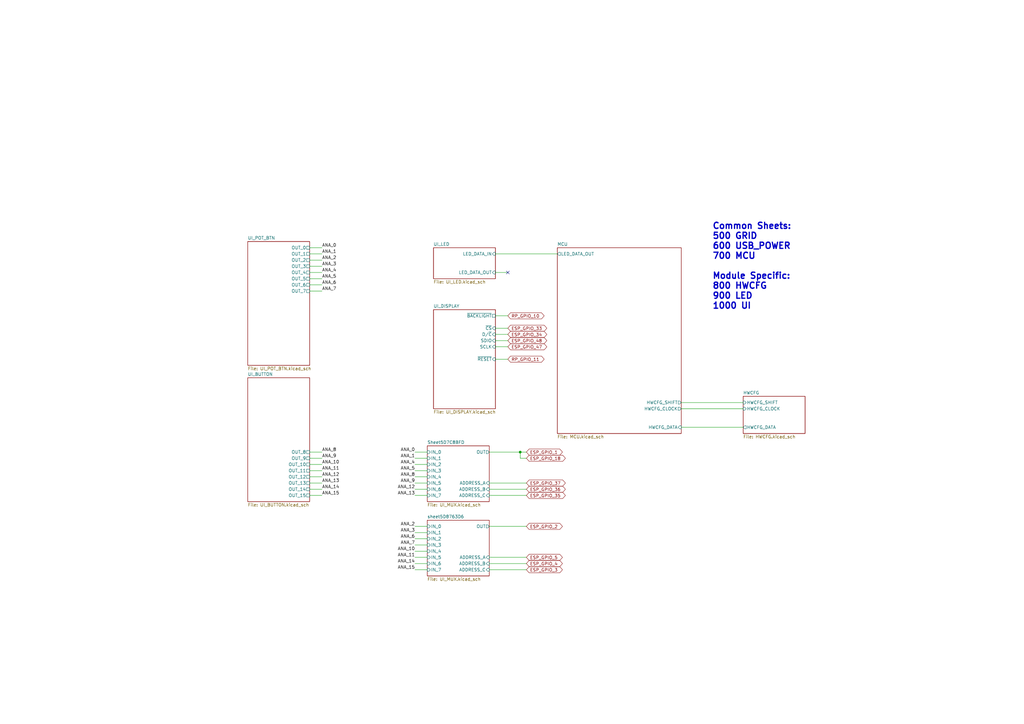
<source format=kicad_sch>
(kicad_sch
	(version 20231120)
	(generator "eeschema")
	(generator_version "8.0")
	(uuid "e5217a0c-7f55-4c30-adda-7f8d95709d1b")
	(paper "A3")
	(lib_symbols)
	(junction
		(at 213.36 185.42)
		(diameter 0)
		(color 0 0 0 0)
		(uuid "209c73f9-de16-400b-b152-86e236d8b759")
	)
	(no_connect
		(at 208.28 111.76)
		(uuid "74f5ec08-7600-4a0b-a9e4-aae29f9ea08a")
	)
	(wire
		(pts
			(xy 175.26 203.2) (xy 170.18 203.2)
		)
		(stroke
			(width 0)
			(type default)
		)
		(uuid "05f2859d-2820-4e84-b395-696011feb13b")
	)
	(wire
		(pts
			(xy 279.4 165.1) (xy 304.8 165.1)
		)
		(stroke
			(width 0)
			(type default)
		)
		(uuid "07d160b6-23e1-4aa0-95cb-440482e6fc15")
	)
	(wire
		(pts
			(xy 127 101.6) (xy 132.08 101.6)
		)
		(stroke
			(width 0)
			(type default)
		)
		(uuid "0fafc6b9-fd35-4a55-9270-7a8e7ce3cb13")
	)
	(wire
		(pts
			(xy 203.2 111.76) (xy 208.28 111.76)
		)
		(stroke
			(width 0)
			(type default)
		)
		(uuid "10e52e95-44f3-4059-a86d-dcda603e0623")
	)
	(wire
		(pts
			(xy 228.6 104.14) (xy 203.2 104.14)
		)
		(stroke
			(width 0)
			(type default)
		)
		(uuid "1e48966e-d29d-4521-8939-ec8ac570431d")
	)
	(wire
		(pts
			(xy 175.26 198.12) (xy 170.18 198.12)
		)
		(stroke
			(width 0)
			(type default)
		)
		(uuid "2a1de22d-6451-488d-af77-0bf8841bd695")
	)
	(wire
		(pts
			(xy 175.26 233.68) (xy 170.18 233.68)
		)
		(stroke
			(width 0)
			(type default)
		)
		(uuid "2c60448a-e30f-46b2-89e1-a44f51688efc")
	)
	(wire
		(pts
			(xy 132.08 190.5) (xy 127 190.5)
		)
		(stroke
			(width 0)
			(type default)
		)
		(uuid "31a125e0-be83-42e2-a6a7-2fd847ff0800")
	)
	(wire
		(pts
			(xy 127 119.38) (xy 132.08 119.38)
		)
		(stroke
			(width 0)
			(type default)
		)
		(uuid "337e8520-cbd2-42c0-8d17-743bab17cbbd")
	)
	(wire
		(pts
			(xy 132.08 195.58) (xy 127 195.58)
		)
		(stroke
			(width 0)
			(type default)
		)
		(uuid "4abe677a-f032-40a9-967c-665e2826fd49")
	)
	(wire
		(pts
			(xy 175.26 220.98) (xy 170.18 220.98)
		)
		(stroke
			(width 0)
			(type default)
		)
		(uuid "576f00e6-a1be-45d3-9b93-e26d9e0fe306")
	)
	(wire
		(pts
			(xy 200.66 228.6) (xy 215.9 228.6)
		)
		(stroke
			(width 0)
			(type default)
		)
		(uuid "58b8a697-304a-4a24-97cf-db0e0871054b")
	)
	(wire
		(pts
			(xy 127 109.22) (xy 132.08 109.22)
		)
		(stroke
			(width 0)
			(type default)
		)
		(uuid "59fc765e-1357-4c94-9529-5635418c7d73")
	)
	(wire
		(pts
			(xy 203.2 134.62) (xy 208.28 134.62)
		)
		(stroke
			(width 0)
			(type default)
		)
		(uuid "6762d407-d8f6-469a-aa95-eadf515960a6")
	)
	(wire
		(pts
			(xy 175.26 193.04) (xy 170.18 193.04)
		)
		(stroke
			(width 0)
			(type default)
		)
		(uuid "6ac3ab53-7523-4805-bfd2-5de19dff127e")
	)
	(wire
		(pts
			(xy 200.66 185.42) (xy 213.36 185.42)
		)
		(stroke
			(width 0)
			(type default)
		)
		(uuid "6cc5add7-2c58-495d-a90c-f7b38995edcd")
	)
	(wire
		(pts
			(xy 175.26 218.44) (xy 170.18 218.44)
		)
		(stroke
			(width 0)
			(type default)
		)
		(uuid "713e0777-58b2-4487-baca-60d0ebed27c3")
	)
	(wire
		(pts
			(xy 200.66 215.9) (xy 215.9 215.9)
		)
		(stroke
			(width 0)
			(type default)
		)
		(uuid "749dc156-7850-4dfd-ad37-6fc4c319880b")
	)
	(wire
		(pts
			(xy 203.2 147.32) (xy 208.28 147.32)
		)
		(stroke
			(width 0)
			(type default)
		)
		(uuid "759c5cf0-fe7d-4180-b59a-db00dfb0f270")
	)
	(wire
		(pts
			(xy 200.66 200.66) (xy 215.9 200.66)
		)
		(stroke
			(width 0)
			(type default)
		)
		(uuid "7724cf8a-d269-4bb5-b657-e3539d59930d")
	)
	(wire
		(pts
			(xy 213.36 187.96) (xy 213.36 185.42)
		)
		(stroke
			(width 0)
			(type default)
		)
		(uuid "7dfc8c56-f50f-4108-b30e-7ac1268dc5d5")
	)
	(wire
		(pts
			(xy 200.66 233.68) (xy 215.9 233.68)
		)
		(stroke
			(width 0)
			(type default)
		)
		(uuid "7f131c35-9ee2-49ba-bf3a-38cc98ad92ce")
	)
	(wire
		(pts
			(xy 279.4 175.26) (xy 304.8 175.26)
		)
		(stroke
			(width 0)
			(type default)
		)
		(uuid "844d7d7a-b386-45a8-aaf6-bf41bbcb43b5")
	)
	(wire
		(pts
			(xy 200.66 231.14) (xy 215.9 231.14)
		)
		(stroke
			(width 0)
			(type default)
		)
		(uuid "899e0de4-dc68-4dd9-a309-39fb89127bc6")
	)
	(wire
		(pts
			(xy 132.08 106.68) (xy 127 106.68)
		)
		(stroke
			(width 0)
			(type default)
		)
		(uuid "89a8e170-a222-41c0-b545-c9f4c5604011")
	)
	(wire
		(pts
			(xy 127 203.2) (xy 132.08 203.2)
		)
		(stroke
			(width 0)
			(type default)
		)
		(uuid "8b51480c-0a8e-467b-9cef-7f6ba4924bb4")
	)
	(wire
		(pts
			(xy 175.26 228.6) (xy 170.18 228.6)
		)
		(stroke
			(width 0)
			(type default)
		)
		(uuid "901440f4-e2a6-4447-83cc-f58a2b26f5c4")
	)
	(wire
		(pts
			(xy 127 104.14) (xy 132.08 104.14)
		)
		(stroke
			(width 0)
			(type default)
		)
		(uuid "9529c01f-e1cd-40be-b7f0-83780a544249")
	)
	(wire
		(pts
			(xy 132.08 111.76) (xy 127 111.76)
		)
		(stroke
			(width 0)
			(type default)
		)
		(uuid "96db52e2-6336-4f5e-846e-528c594d0509")
	)
	(wire
		(pts
			(xy 213.36 185.42) (xy 215.9 185.42)
		)
		(stroke
			(width 0)
			(type default)
		)
		(uuid "9ecf6fb6-8a32-481f-9d62-47a91889f1a3")
	)
	(wire
		(pts
			(xy 175.26 187.96) (xy 170.18 187.96)
		)
		(stroke
			(width 0)
			(type default)
		)
		(uuid "a07b6b2b-7179-4297-b163-5e47ffbe76d3")
	)
	(wire
		(pts
			(xy 175.26 226.06) (xy 170.18 226.06)
		)
		(stroke
			(width 0)
			(type default)
		)
		(uuid "a0dee8e6-f88a-4f05-aba0-bab3aafdf2bc")
	)
	(wire
		(pts
			(xy 203.2 142.24) (xy 208.28 142.24)
		)
		(stroke
			(width 0)
			(type default)
		)
		(uuid "a1a4bc93-9a1c-489e-a13c-138ed06f257a")
	)
	(wire
		(pts
			(xy 215.9 187.96) (xy 213.36 187.96)
		)
		(stroke
			(width 0)
			(type default)
		)
		(uuid "a33c7f18-872e-49fd-b22b-a6b5171af46c")
	)
	(wire
		(pts
			(xy 279.4 167.64) (xy 304.8 167.64)
		)
		(stroke
			(width 0)
			(type default)
		)
		(uuid "a62609cd-29b7-4918-b97d-7b2404ba61cf")
	)
	(wire
		(pts
			(xy 175.26 195.58) (xy 170.18 195.58)
		)
		(stroke
			(width 0)
			(type default)
		)
		(uuid "a8219a78-6b33-4efa-a789-6a67ce8f7a50")
	)
	(wire
		(pts
			(xy 175.26 215.9) (xy 170.18 215.9)
		)
		(stroke
			(width 0)
			(type default)
		)
		(uuid "a8fb8ee0-623f-4870-a716-ecc88f37ef9a")
	)
	(wire
		(pts
			(xy 203.2 139.7) (xy 208.28 139.7)
		)
		(stroke
			(width 0)
			(type default)
		)
		(uuid "ac805ba2-5417-47e2-8d1c-15c27ac2dd28")
	)
	(wire
		(pts
			(xy 200.66 198.12) (xy 215.9 198.12)
		)
		(stroke
			(width 0)
			(type default)
		)
		(uuid "b4a977ae-b2ae-48d8-8c15-01300b73a08b")
	)
	(wire
		(pts
			(xy 127 193.04) (xy 132.08 193.04)
		)
		(stroke
			(width 0)
			(type default)
		)
		(uuid "c7ee3b02-6e58-400d-af69-f821d40d4cbb")
	)
	(wire
		(pts
			(xy 203.2 137.16) (xy 208.28 137.16)
		)
		(stroke
			(width 0)
			(type default)
		)
		(uuid "ce5ce680-24fa-4fb3-b4d1-e6848ada0ecc")
	)
	(wire
		(pts
			(xy 175.26 190.5) (xy 170.18 190.5)
		)
		(stroke
			(width 0)
			(type default)
		)
		(uuid "d1a9be32-38ba-44e6-bc35-f031541ab1fe")
	)
	(wire
		(pts
			(xy 175.26 231.14) (xy 170.18 231.14)
		)
		(stroke
			(width 0)
			(type default)
		)
		(uuid "d7e5a060-eb57-4238-9312-26bc885fc97d")
	)
	(wire
		(pts
			(xy 203.2 129.54) (xy 208.28 129.54)
		)
		(stroke
			(width 0)
			(type default)
		)
		(uuid "e8291469-5467-4d89-9496-a63886165e83")
	)
	(wire
		(pts
			(xy 127 198.12) (xy 132.08 198.12)
		)
		(stroke
			(width 0)
			(type default)
		)
		(uuid "e8d0a591-fd34-4cb0-a377-db49b24e37c4")
	)
	(wire
		(pts
			(xy 132.08 200.66) (xy 127 200.66)
		)
		(stroke
			(width 0)
			(type default)
		)
		(uuid "eba56bfe-2d80-42cc-bf08-e0aec63da397")
	)
	(wire
		(pts
			(xy 175.26 185.42) (xy 170.18 185.42)
		)
		(stroke
			(width 0)
			(type default)
		)
		(uuid "ebca7c5e-ae52-43e5-ac6c-69a96a9a5b24")
	)
	(wire
		(pts
			(xy 132.08 185.42) (xy 127 185.42)
		)
		(stroke
			(width 0)
			(type default)
		)
		(uuid "ed50135e-8dee-476e-90ac-c16ba2dad808")
	)
	(wire
		(pts
			(xy 127 114.3) (xy 132.08 114.3)
		)
		(stroke
			(width 0)
			(type default)
		)
		(uuid "f0ff5d1c-5481-4958-b844-4f68a17d4166")
	)
	(wire
		(pts
			(xy 175.26 223.52) (xy 170.18 223.52)
		)
		(stroke
			(width 0)
			(type default)
		)
		(uuid "f19c9655-8ddb-411a-96dd-bd986870c3c6")
	)
	(wire
		(pts
			(xy 175.26 200.66) (xy 170.18 200.66)
		)
		(stroke
			(width 0)
			(type default)
		)
		(uuid "f3044f68-903d-4063-b253-30d8e3a83eae")
	)
	(wire
		(pts
			(xy 200.66 203.2) (xy 215.9 203.2)
		)
		(stroke
			(width 0)
			(type default)
		)
		(uuid "f6ef085e-4d1b-41a2-aae2-3653a29bbbc6")
	)
	(wire
		(pts
			(xy 127 187.96) (xy 132.08 187.96)
		)
		(stroke
			(width 0)
			(type default)
		)
		(uuid "fae62130-e12e-4e40-b8d3-ae4e747e7372")
	)
	(wire
		(pts
			(xy 132.08 116.84) (xy 127 116.84)
		)
		(stroke
			(width 0)
			(type default)
		)
		(uuid "fdc60c06-30fa-4dfb-96b4-809b755999e1")
	)
	(text "Common Sheets:\n500 GRID\n600 USB_POWER\n700 MCU\n\nModule Specific:\n800 HWCFG\n900 LED\n1000 UI"
		(exclude_from_sim no)
		(at 292.1 127 0)
		(effects
			(font
				(size 2.54 2.54)
				(thickness 0.508)
				(bold yes)
			)
			(justify left bottom)
		)
		(uuid "3ed7b52a-fa11-4e7f-ae41-1082078a3112")
	)
	(label "ANA_12"
		(at 132.08 195.58 0)
		(fields_autoplaced yes)
		(effects
			(font
				(size 1.27 1.27)
			)
			(justify left bottom)
		)
		(uuid "17555458-d1f2-4e94-92ff-dcb4327d821a")
	)
	(label "ANA_6"
		(at 132.08 116.84 0)
		(fields_autoplaced yes)
		(effects
			(font
				(size 1.27 1.27)
			)
			(justify left bottom)
		)
		(uuid "1dfbf353-5b24-4c0f-8322-8fcd514ae75e")
	)
	(label "ANA_6"
		(at 170.18 220.98 180)
		(fields_autoplaced yes)
		(effects
			(font
				(size 1.27 1.27)
			)
			(justify right bottom)
		)
		(uuid "25bc3602-3fb4-4a04-94e3-21ba22562c24")
	)
	(label "ANA_15"
		(at 170.18 233.68 180)
		(fields_autoplaced yes)
		(effects
			(font
				(size 1.27 1.27)
			)
			(justify right bottom)
		)
		(uuid "269f19c3-6824-45a8-be29-fa58d70cbb42")
	)
	(label "ANA_9"
		(at 170.18 198.12 180)
		(fields_autoplaced yes)
		(effects
			(font
				(size 1.27 1.27)
			)
			(justify right bottom)
		)
		(uuid "283c990c-ae5a-4e41-a3ad-b40ca29fe90e")
	)
	(label "ANA_8"
		(at 132.08 185.42 0)
		(fields_autoplaced yes)
		(effects
			(font
				(size 1.27 1.27)
			)
			(justify left bottom)
		)
		(uuid "2a427419-bfe3-4dd5-9bdf-b088ce56f877")
	)
	(label "ANA_4"
		(at 132.08 111.76 0)
		(fields_autoplaced yes)
		(effects
			(font
				(size 1.27 1.27)
			)
			(justify left bottom)
		)
		(uuid "2e0a9f64-1b78-4597-8d50-d12d2268a95a")
	)
	(label "ANA_10"
		(at 132.08 190.5 0)
		(fields_autoplaced yes)
		(effects
			(font
				(size 1.27 1.27)
			)
			(justify left bottom)
		)
		(uuid "3840ad4b-647d-4858-9fbe-ebc6144a3771")
	)
	(label "ANA_14"
		(at 170.18 231.14 180)
		(fields_autoplaced yes)
		(effects
			(font
				(size 1.27 1.27)
			)
			(justify right bottom)
		)
		(uuid "38cfe839-c630-43d3-a9ec-6a89ba9e318a")
	)
	(label "ANA_9"
		(at 132.08 187.96 0)
		(fields_autoplaced yes)
		(effects
			(font
				(size 1.27 1.27)
			)
			(justify left bottom)
		)
		(uuid "3e3b328d-bd1a-4304-b618-8913b1df8dc9")
	)
	(label "ANA_15"
		(at 132.08 203.2 0)
		(fields_autoplaced yes)
		(effects
			(font
				(size 1.27 1.27)
			)
			(justify left bottom)
		)
		(uuid "41c8f7aa-1189-4ae1-a96f-0c913f978394")
	)
	(label "ANA_10"
		(at 170.18 226.06 180)
		(fields_autoplaced yes)
		(effects
			(font
				(size 1.27 1.27)
			)
			(justify right bottom)
		)
		(uuid "49575217-40b0-4890-8acf-12982cca52b5")
	)
	(label "ANA_4"
		(at 170.18 190.5 180)
		(fields_autoplaced yes)
		(effects
			(font
				(size 1.27 1.27)
			)
			(justify right bottom)
		)
		(uuid "4a54c707-7b6f-4a3d-a74d-5e3526114aba")
	)
	(label "ANA_5"
		(at 170.18 193.04 180)
		(fields_autoplaced yes)
		(effects
			(font
				(size 1.27 1.27)
			)
			(justify right bottom)
		)
		(uuid "4aa97874-2fd2-414c-b381-9420384c2fd8")
	)
	(label "ANA_1"
		(at 170.18 187.96 180)
		(fields_autoplaced yes)
		(effects
			(font
				(size 1.27 1.27)
			)
			(justify right bottom)
		)
		(uuid "4b1fce17-dec7-457e-ba3b-a77604e77dc9")
	)
	(label "ANA_11"
		(at 170.18 228.6 180)
		(fields_autoplaced yes)
		(effects
			(font
				(size 1.27 1.27)
			)
			(justify right bottom)
		)
		(uuid "4cafb73d-1ad8-4d24-acf7-63d78095ae46")
	)
	(label "ANA_5"
		(at 132.08 114.3 0)
		(fields_autoplaced yes)
		(effects
			(font
				(size 1.27 1.27)
			)
			(justify left bottom)
		)
		(uuid "582622a2-fad4-4737-9a80-be9fffbba8ab")
	)
	(label "ANA_13"
		(at 170.18 203.2 180)
		(fields_autoplaced yes)
		(effects
			(font
				(size 1.27 1.27)
			)
			(justify right bottom)
		)
		(uuid "5889287d-b845-4684-b23e-663811b25d27")
	)
	(label "ANA_7"
		(at 170.18 223.52 180)
		(fields_autoplaced yes)
		(effects
			(font
				(size 1.27 1.27)
			)
			(justify right bottom)
		)
		(uuid "7760a75a-d74b-4185-b34e-cbc7b2c339b6")
	)
	(label "ANA_2"
		(at 170.18 215.9 180)
		(fields_autoplaced yes)
		(effects
			(font
				(size 1.27 1.27)
			)
			(justify right bottom)
		)
		(uuid "869d6302-ae22-478f-9723-3feacbb12eef")
	)
	(label "ANA_3"
		(at 132.08 109.22 0)
		(fields_autoplaced yes)
		(effects
			(font
				(size 1.27 1.27)
			)
			(justify left bottom)
		)
		(uuid "9aaeec6e-84fe-4644-b0bc-5de24626ff48")
	)
	(label "ANA_13"
		(at 132.08 198.12 0)
		(fields_autoplaced yes)
		(effects
			(font
				(size 1.27 1.27)
			)
			(justify left bottom)
		)
		(uuid "b2789c26-e9b8-40c2-87ee-2ac368c870c8")
	)
	(label "ANA_12"
		(at 170.18 200.66 180)
		(fields_autoplaced yes)
		(effects
			(font
				(size 1.27 1.27)
			)
			(justify right bottom)
		)
		(uuid "be4b72db-0e02-4d9b-844a-aff689b4e648")
	)
	(label "ANA_8"
		(at 170.18 195.58 180)
		(fields_autoplaced yes)
		(effects
			(font
				(size 1.27 1.27)
			)
			(justify right bottom)
		)
		(uuid "c1bac86f-cbf6-4c5b-b60d-c26fa73d9c09")
	)
	(label "ANA_11"
		(at 132.08 193.04 0)
		(fields_autoplaced yes)
		(effects
			(font
				(size 1.27 1.27)
			)
			(justify left bottom)
		)
		(uuid "c9a1861d-6894-471f-b08b-ae409cebde28")
	)
	(label "ANA_2"
		(at 132.08 106.68 0)
		(fields_autoplaced yes)
		(effects
			(font
				(size 1.27 1.27)
			)
			(justify left bottom)
		)
		(uuid "d3e133b7-2c84-4206-a2b1-e693cb57fe56")
	)
	(label "ANA_0"
		(at 170.18 185.42 180)
		(fields_autoplaced yes)
		(effects
			(font
				(size 1.27 1.27)
			)
			(justify right bottom)
		)
		(uuid "d66d3c12-11ce-4566-9a45-962e329503d8")
	)
	(label "ANA_0"
		(at 132.08 101.6 0)
		(fields_autoplaced yes)
		(effects
			(font
				(size 1.27 1.27)
			)
			(justify left bottom)
		)
		(uuid "da481376-0e49-44d3-91b8-aaa39b869dd1")
	)
	(label "ANA_7"
		(at 132.08 119.38 0)
		(fields_autoplaced yes)
		(effects
			(font
				(size 1.27 1.27)
			)
			(justify left bottom)
		)
		(uuid "e0c7ddff-8c90-465f-be62-21fb49b059fa")
	)
	(label "ANA_3"
		(at 170.18 218.44 180)
		(fields_autoplaced yes)
		(effects
			(font
				(size 1.27 1.27)
			)
			(justify right bottom)
		)
		(uuid "e1b88aa4-d887-4eea-83ff-5c009f4390c4")
	)
	(label "ANA_14"
		(at 132.08 200.66 0)
		(fields_autoplaced yes)
		(effects
			(font
				(size 1.27 1.27)
			)
			(justify left bottom)
		)
		(uuid "f53a7191-613e-4457-a03e-4e8da7d33592")
	)
	(label "ANA_1"
		(at 132.08 104.14 0)
		(fields_autoplaced yes)
		(effects
			(font
				(size 1.27 1.27)
			)
			(justify left bottom)
		)
		(uuid "f988d6ea-11c5-4837-b1d1-5c292ded50c6")
	)
	(global_label "ESP_GPIO_36"
		(shape bidirectional)
		(at 215.9 200.66 0)
		(fields_autoplaced yes)
		(effects
			(font
				(size 1.27 1.27)
			)
			(justify left)
		)
		(uuid "01383e8f-3b83-4fa7-90bb-cfca910d3918")
		(property "Intersheetrefs" "${INTERSHEET_REFS}"
			(at 230.6823 200.5806 0)
			(effects
				(font
					(size 1.27 1.27)
				)
				(justify left)
				(hide yes)
			)
		)
	)
	(global_label "ESP_GPIO_37"
		(shape bidirectional)
		(at 215.9 198.12 0)
		(fields_autoplaced yes)
		(effects
			(font
				(size 1.27 1.27)
			)
			(justify left)
		)
		(uuid "32f6c133-3086-44f8-b4c8-1da30894b2c3")
		(property "Intersheetrefs" "${INTERSHEET_REFS}"
			(at 230.6823 198.0406 0)
			(effects
				(font
					(size 1.27 1.27)
				)
				(justify left)
				(hide yes)
			)
		)
	)
	(global_label "ESP_GPIO_5"
		(shape bidirectional)
		(at 215.9 228.6 0)
		(fields_autoplaced yes)
		(effects
			(font
				(size 1.27 1.27)
			)
			(justify left)
		)
		(uuid "584215e2-8167-434e-9f90-2898ac8adc92")
		(property "Intersheetrefs" "${INTERSHEET_REFS}"
			(at 229.4728 228.5206 0)
			(effects
				(font
					(size 1.27 1.27)
				)
				(justify left)
				(hide yes)
			)
		)
	)
	(global_label "ESP_GPIO_1"
		(shape bidirectional)
		(at 215.9 185.42 0)
		(fields_autoplaced yes)
		(effects
			(font
				(size 1.27 1.27)
			)
			(justify left)
		)
		(uuid "62cdf334-29cc-4028-b0d8-f3f97cd7d781")
		(property "Intersheetrefs" "${INTERSHEET_REFS}"
			(at 229.4728 185.3406 0)
			(effects
				(font
					(size 1.27 1.27)
				)
				(justify left)
				(hide yes)
			)
		)
	)
	(global_label "RP_GPIO_10"
		(shape bidirectional)
		(at 208.28 129.54 0)
		(fields_autoplaced yes)
		(effects
			(font
				(size 1.27 1.27)
			)
			(justify left)
		)
		(uuid "6799796c-95f9-428d-94c2-cf8c355e0625")
		(property "Intersheetrefs" "${INTERSHEET_REFS}"
			(at 222.933 129.54 0)
			(effects
				(font
					(size 1.27 1.27)
				)
				(justify left)
				(hide yes)
			)
		)
	)
	(global_label "RP_GPIO_11"
		(shape bidirectional)
		(at 208.28 147.32 0)
		(fields_autoplaced yes)
		(effects
			(font
				(size 1.27 1.27)
			)
			(justify left)
		)
		(uuid "73cb07a3-d43d-4dc0-9b6f-04bc60e639d5")
		(property "Intersheetrefs" "${INTERSHEET_REFS}"
			(at 222.933 147.32 0)
			(effects
				(font
					(size 1.27 1.27)
				)
				(justify left)
				(hide yes)
			)
		)
	)
	(global_label "ESP_GPIO_47"
		(shape bidirectional)
		(at 208.28 142.24 0)
		(fields_autoplaced yes)
		(effects
			(font
				(size 1.27 1.27)
			)
			(justify left)
		)
		(uuid "7f1e6e46-136c-4672-ad21-f1654f1c669a")
		(property "Intersheetrefs" "${INTERSHEET_REFS}"
			(at 224.0215 142.24 0)
			(effects
				(font
					(size 1.27 1.27)
				)
				(justify left)
				(hide yes)
			)
		)
	)
	(global_label "ESP_GPIO_18"
		(shape bidirectional)
		(at 215.9 187.96 0)
		(fields_autoplaced yes)
		(effects
			(font
				(size 1.27 1.27)
			)
			(justify left)
		)
		(uuid "899ad0c5-7905-44e1-9751-dc028eceb340")
		(property "Intersheetrefs" "${INTERSHEET_REFS}"
			(at 230.6823 187.8806 0)
			(effects
				(font
					(size 1.27 1.27)
				)
				(justify left)
				(hide yes)
			)
		)
	)
	(global_label "ESP_GPIO_4"
		(shape bidirectional)
		(at 215.9 231.14 0)
		(fields_autoplaced yes)
		(effects
			(font
				(size 1.27 1.27)
			)
			(justify left)
		)
		(uuid "ad444c75-c6c6-4b0a-9910-044c88df3217")
		(property "Intersheetrefs" "${INTERSHEET_REFS}"
			(at 229.4728 231.0606 0)
			(effects
				(font
					(size 1.27 1.27)
				)
				(justify left)
				(hide yes)
			)
		)
	)
	(global_label "ESP_GPIO_34"
		(shape bidirectional)
		(at 208.28 137.16 0)
		(fields_autoplaced yes)
		(effects
			(font
				(size 1.27 1.27)
			)
			(justify left)
		)
		(uuid "ad8e861f-8a6c-420e-b120-5ef7da051040")
		(property "Intersheetrefs" "${INTERSHEET_REFS}"
			(at 224.0215 137.16 0)
			(effects
				(font
					(size 1.27 1.27)
				)
				(justify left)
				(hide yes)
			)
		)
	)
	(global_label "ESP_GPIO_48"
		(shape bidirectional)
		(at 208.28 139.7 0)
		(fields_autoplaced yes)
		(effects
			(font
				(size 1.27 1.27)
			)
			(justify left)
		)
		(uuid "cc808718-a0ed-402a-ad9a-6259da1e376f")
		(property "Intersheetrefs" "${INTERSHEET_REFS}"
			(at 224.0215 139.7 0)
			(effects
				(font
					(size 1.27 1.27)
				)
				(justify left)
				(hide yes)
			)
		)
	)
	(global_label "ESP_GPIO_3"
		(shape bidirectional)
		(at 215.9 233.68 0)
		(fields_autoplaced yes)
		(effects
			(font
				(size 1.27 1.27)
			)
			(justify left)
		)
		(uuid "d19e61bc-ff37-410f-a1aa-eb235e9dde27")
		(property "Intersheetrefs" "${INTERSHEET_REFS}"
			(at 229.4728 233.6006 0)
			(effects
				(font
					(size 1.27 1.27)
				)
				(justify left)
				(hide yes)
			)
		)
	)
	(global_label "ESP_GPIO_2"
		(shape bidirectional)
		(at 215.9 215.9 0)
		(fields_autoplaced yes)
		(effects
			(font
				(size 1.27 1.27)
			)
			(justify left)
		)
		(uuid "dec5656e-d83e-434b-b866-7a6cae7b497c")
		(property "Intersheetrefs" "${INTERSHEET_REFS}"
			(at 229.4728 215.8206 0)
			(effects
				(font
					(size 1.27 1.27)
				)
				(justify left)
				(hide yes)
			)
		)
	)
	(global_label "ESP_GPIO_35"
		(shape bidirectional)
		(at 215.9 203.2 0)
		(fields_autoplaced yes)
		(effects
			(font
				(size 1.27 1.27)
			)
			(justify left)
		)
		(uuid "e6d0cb41-158d-4a1d-98b1-2c2404cd8edc")
		(property "Intersheetrefs" "${INTERSHEET_REFS}"
			(at 230.6823 203.1206 0)
			(effects
				(font
					(size 1.27 1.27)
				)
				(justify left)
				(hide yes)
			)
		)
	)
	(global_label "ESP_GPIO_33"
		(shape bidirectional)
		(at 208.28 134.62 0)
		(fields_autoplaced yes)
		(effects
			(font
				(size 1.27 1.27)
			)
			(justify left)
		)
		(uuid "ebd7a81d-941e-4e28-9b43-5cd4890b3c76")
		(property "Intersheetrefs" "${INTERSHEET_REFS}"
			(at 224.0215 134.62 0)
			(effects
				(font
					(size 1.27 1.27)
				)
				(justify left)
				(hide yes)
			)
		)
	)
	(sheet
		(at 177.8 101.6)
		(size 25.4 12.7)
		(fields_autoplaced yes)
		(stroke
			(width 0)
			(type solid)
		)
		(fill
			(color 0 0 0 0.0000)
		)
		(uuid "00000000-0000-0000-0000-00005d735388")
		(property "Sheetname" "UI_LED"
			(at 177.8 100.8884 0)
			(effects
				(font
					(size 1.27 1.27)
				)
				(justify left bottom)
			)
		)
		(property "Sheetfile" "UI_LED.kicad_sch"
			(at 177.8 114.8846 0)
			(effects
				(font
					(size 1.27 1.27)
				)
				(justify left top)
			)
		)
		(pin "LED_DATA_IN" input
			(at 203.2 104.14 0)
			(effects
				(font
					(size 1.27 1.27)
				)
				(justify right)
			)
			(uuid "f1e619ac-5067-41df-8384-776ec70a6093")
		)
		(pin "LED_DATA_OUT" input
			(at 203.2 111.76 0)
			(effects
				(font
					(size 1.27 1.27)
				)
				(justify right)
			)
			(uuid "7a74c4b1-6243-4a12-85a2-bc41d346e7aa")
		)
		(instances
			(project "PCBA-TEK1"
				(path "/e5217a0c-7f55-4c30-adda-7f8d95709d1b"
					(page "4")
				)
			)
		)
	)
	(sheet
		(at 101.6 99.06)
		(size 25.4 50.8)
		(fields_autoplaced yes)
		(stroke
			(width 0)
			(type solid)
		)
		(fill
			(color 0 0 0 0.0000)
		)
		(uuid "00000000-0000-0000-0000-00005d735a13")
		(property "Sheetname" "UI_POT_BTN"
			(at 101.6 98.3484 0)
			(effects
				(font
					(size 1.27 1.27)
				)
				(justify left bottom)
			)
		)
		(property "Sheetfile" "UI_POT_BTN.kicad_sch"
			(at 101.6 150.4446 0)
			(effects
				(font
					(size 1.27 1.27)
				)
				(justify left top)
			)
		)
		(pin "OUT_0" passive
			(at 127 101.6 0)
			(effects
				(font
					(size 1.27 1.27)
				)
				(justify right)
			)
			(uuid "bde95c06-433a-4c03-bc48-e3abcdb4e054")
		)
		(pin "OUT_1" passive
			(at 127 104.14 0)
			(effects
				(font
					(size 1.27 1.27)
				)
				(justify right)
			)
			(uuid "8cd050d6-228c-4da0-9533-b4f8d14cfb34")
		)
		(pin "OUT_2" passive
			(at 127 106.68 0)
			(effects
				(font
					(size 1.27 1.27)
				)
				(justify right)
			)
			(uuid "4e27930e-1827-4788-aa6b-487321d46602")
		)
		(pin "OUT_3" passive
			(at 127 109.22 0)
			(effects
				(font
					(size 1.27 1.27)
				)
				(justify right)
			)
			(uuid "18c61c95-8af1-4986-b67e-c7af9c15ab6b")
		)
		(pin "OUT_4" passive
			(at 127 111.76 0)
			(effects
				(font
					(size 1.27 1.27)
				)
				(justify right)
			)
			(uuid "a5be2cb8-c68d-4180-8412-69a6b4c5b1d4")
		)
		(pin "OUT_5" passive
			(at 127 114.3 0)
			(effects
				(font
					(size 1.27 1.27)
				)
				(justify right)
			)
			(uuid "7e1217ba-8a3d-4079-8d7b-b45f90cfbf53")
		)
		(pin "OUT_6" passive
			(at 127 116.84 0)
			(effects
				(font
					(size 1.27 1.27)
				)
				(justify right)
			)
			(uuid "2e90e294-82e1-45da-9bf1-b91dfe0dc8f6")
		)
		(pin "OUT_7" passive
			(at 127 119.38 0)
			(effects
				(font
					(size 1.27 1.27)
				)
				(justify right)
			)
			(uuid "ba6fc20e-7eff-4d5f-81e4-d1fad93be155")
		)
		(instances
			(project "PCBA-TEK1"
				(path "/e5217a0c-7f55-4c30-adda-7f8d95709d1b"
					(page "2")
				)
			)
		)
	)
	(sheet
		(at 101.6 154.94)
		(size 25.4 50.8)
		(fields_autoplaced yes)
		(stroke
			(width 0)
			(type solid)
		)
		(fill
			(color 0 0 0 0.0000)
		)
		(uuid "00000000-0000-0000-0000-00005d74bbf2")
		(property "Sheetname" "UI_BUTTON"
			(at 101.6 154.2284 0)
			(effects
				(font
					(size 1.27 1.27)
				)
				(justify left bottom)
			)
		)
		(property "Sheetfile" "UI_BUTTON.kicad_sch"
			(at 101.6 206.3246 0)
			(effects
				(font
					(size 1.27 1.27)
				)
				(justify left top)
			)
		)
		(pin "OUT_12" passive
			(at 127 195.58 0)
			(effects
				(font
					(size 1.27 1.27)
				)
				(justify right)
			)
			(uuid "3b686d17-1000-4762-ba31-589d599a3edf")
		)
		(pin "OUT_13" passive
			(at 127 198.12 0)
			(effects
				(font
					(size 1.27 1.27)
				)
				(justify right)
			)
			(uuid "9286cf02-1563-41d2-9931-c192c33bab31")
		)
		(pin "OUT_14" passive
			(at 127 200.66 0)
			(effects
				(font
					(size 1.27 1.27)
				)
				(justify right)
			)
			(uuid "66bc2bca-dab7-4947-a0ff-403cdaf9fb89")
		)
		(pin "OUT_15" passive
			(at 127 203.2 0)
			(effects
				(font
					(size 1.27 1.27)
				)
				(justify right)
			)
			(uuid "9b6bb172-1ac4-440a-ac75-c1917d9d59c7")
		)
		(pin "OUT_11" passive
			(at 127 193.04 0)
			(effects
				(font
					(size 1.27 1.27)
				)
				(justify right)
			)
			(uuid "3d1ea1b4-8d24-4009-a8aa-9af8180cc421")
		)
		(pin "OUT_10" passive
			(at 127 190.5 0)
			(effects
				(font
					(size 1.27 1.27)
				)
				(justify right)
			)
			(uuid "2fae4bd8-ace7-437f-9be8-fa9b3c76313e")
		)
		(pin "OUT_9" passive
			(at 127 187.96 0)
			(effects
				(font
					(size 1.27 1.27)
				)
				(justify right)
			)
			(uuid "2eea8373-3bf8-4519-9419-496319f1ad4c")
		)
		(pin "OUT_8" passive
			(at 127 185.42 0)
			(effects
				(font
					(size 1.27 1.27)
				)
				(justify right)
			)
			(uuid "c3e21b30-a95d-4022-9fb0-5125d4b77217")
		)
		(instances
			(project "PCBA-TEK1"
				(path "/e5217a0c-7f55-4c30-adda-7f8d95709d1b"
					(page "3")
				)
			)
		)
	)
	(sheet
		(at 228.6 101.6)
		(size 50.8 76.2)
		(fields_autoplaced yes)
		(stroke
			(width 0)
			(type solid)
		)
		(fill
			(color 0 0 0 0.0000)
		)
		(uuid "00000000-0000-0000-0000-00005d757c78")
		(property "Sheetname" "MCU"
			(at 228.6 100.8884 0)
			(effects
				(font
					(size 1.27 1.27)
				)
				(justify left bottom)
			)
		)
		(property "Sheetfile" "MCU.kicad_sch"
			(at 228.6 178.3846 0)
			(effects
				(font
					(size 1.27 1.27)
				)
				(justify left top)
			)
		)
		(pin "LED_DATA_OUT" output
			(at 228.6 104.14 180)
			(effects
				(font
					(size 1.27 1.27)
				)
				(justify left)
			)
			(uuid "9390234f-bf3f-46cd-b6a0-8a438ec76e9f")
		)
		(pin "HWCFG_DATA" input
			(at 279.4 175.26 0)
			(effects
				(font
					(size 1.27 1.27)
				)
				(justify right)
			)
			(uuid "9e813ec2-d4ce-4e2e-b379-c6fedb4c45db")
		)
		(pin "HWCFG_CLOCK" output
			(at 279.4 167.64 0)
			(effects
				(font
					(size 1.27 1.27)
				)
				(justify right)
			)
			(uuid "6325c32f-c82a-4357-b022-f9c7e76f412e")
		)
		(pin "HWCFG_SHIFT" output
			(at 279.4 165.1 0)
			(effects
				(font
					(size 1.27 1.27)
				)
				(justify right)
			)
			(uuid "18d11f32-e1a6-4f29-8e3c-0bfeb07299bd")
		)
		(instances
			(project "PCBA-TEK1"
				(path "/e5217a0c-7f55-4c30-adda-7f8d95709d1b"
					(page "7")
				)
			)
		)
	)
	(sheet
		(at 175.26 182.88)
		(size 25.4 22.86)
		(fields_autoplaced yes)
		(stroke
			(width 0)
			(type solid)
		)
		(fill
			(color 0 0 0 0.0000)
		)
		(uuid "00000000-0000-0000-0000-00005d7c8bfe")
		(property "Sheetname" "Sheet5D7C8BFD"
			(at 175.26 182.1684 0)
			(effects
				(font
					(size 1.27 1.27)
				)
				(justify left bottom)
			)
		)
		(property "Sheetfile" "UI_MUX.kicad_sch"
			(at 175.26 206.3246 0)
			(effects
				(font
					(size 1.27 1.27)
				)
				(justify left top)
			)
		)
		(pin "OUT" output
			(at 200.66 185.42 0)
			(effects
				(font
					(size 1.27 1.27)
				)
				(justify right)
			)
			(uuid "d7e4abd8-69f5-4706-b12e-898194e5bf56")
		)
		(pin "IN_0" input
			(at 175.26 185.42 180)
			(effects
				(font
					(size 1.27 1.27)
				)
				(justify left)
			)
			(uuid "44646447-0a8e-4aec-a74e-22bf765d0f33")
		)
		(pin "IN_1" input
			(at 175.26 187.96 180)
			(effects
				(font
					(size 1.27 1.27)
				)
				(justify left)
			)
			(uuid "2878a73c-5447-4cd9-8194-14f52ab9459c")
		)
		(pin "IN_2" input
			(at 175.26 190.5 180)
			(effects
				(font
					(size 1.27 1.27)
				)
				(justify left)
			)
			(uuid "955cc99e-a129-42cf-abc7-aa99813fdb5f")
		)
		(pin "IN_3" input
			(at 175.26 193.04 180)
			(effects
				(font
					(size 1.27 1.27)
				)
				(justify left)
			)
			(uuid "04cf2f2c-74bf-400d-b4f6-201720df00ed")
		)
		(pin "IN_4" input
			(at 175.26 195.58 180)
			(effects
				(font
					(size 1.27 1.27)
				)
				(justify left)
			)
			(uuid "1bdd5841-68b7-42e2-9447-cbdb608d8a08")
		)
		(pin "IN_5" input
			(at 175.26 198.12 180)
			(effects
				(font
					(size 1.27 1.27)
				)
				(justify left)
			)
			(uuid "aeb03be9-98f0-43f6-9432-1bb35aa04bab")
		)
		(pin "IN_6" input
			(at 175.26 200.66 180)
			(effects
				(font
					(size 1.27 1.27)
				)
				(justify left)
			)
			(uuid "008da5b9-6f95-4113-b7d0-d93ac62efd33")
		)
		(pin "IN_7" input
			(at 175.26 203.2 180)
			(effects
				(font
					(size 1.27 1.27)
				)
				(justify left)
			)
			(uuid "5d3d7893-1d11-4f1d-9052-85cf0e07d281")
		)
		(pin "ADDRESS_C" input
			(at 200.66 203.2 0)
			(effects
				(font
					(size 1.27 1.27)
				)
				(justify right)
			)
			(uuid "79476267-290e-445f-995b-0afd0e11a4b5")
		)
		(pin "ADDRESS_B" input
			(at 200.66 200.66 0)
			(effects
				(font
					(size 1.27 1.27)
				)
				(justify right)
			)
			(uuid "8b290a17-6328-4178-9131-29524d345539")
		)
		(pin "ADDRESS_A" input
			(at 200.66 198.12 0)
			(effects
				(font
					(size 1.27 1.27)
				)
				(justify right)
			)
			(uuid "27b2eb82-662b-42d8-90e6-830fec4bb8d2")
		)
		(instances
			(project "PCBA-TEK1"
				(path "/e5217a0c-7f55-4c30-adda-7f8d95709d1b"
					(page "5")
				)
			)
		)
	)
	(sheet
		(at 175.26 213.36)
		(size 25.4 22.86)
		(fields_autoplaced yes)
		(stroke
			(width 0)
			(type solid)
		)
		(fill
			(color 0 0 0 0.0000)
		)
		(uuid "00000000-0000-0000-0000-00005d8763e1")
		(property "Sheetname" "sheet5D8763D6"
			(at 175.26 212.6484 0)
			(effects
				(font
					(size 1.27 1.27)
				)
				(justify left bottom)
			)
		)
		(property "Sheetfile" "UI_MUX.kicad_sch"
			(at 175.26 236.8046 0)
			(effects
				(font
					(size 1.27 1.27)
				)
				(justify left top)
			)
		)
		(pin "IN_0" input
			(at 175.26 215.9 180)
			(effects
				(font
					(size 1.27 1.27)
				)
				(justify left)
			)
			(uuid "3e0392c0-affc-4114-9de5-1f1cfe79418a")
		)
		(pin "IN_1" input
			(at 175.26 218.44 180)
			(effects
				(font
					(size 1.27 1.27)
				)
				(justify left)
			)
			(uuid "6513181c-0a6a-4560-9a18-17450c36ae2a")
		)
		(pin "IN_2" input
			(at 175.26 220.98 180)
			(effects
				(font
					(size 1.27 1.27)
				)
				(justify left)
			)
			(uuid "12a24e86-2c38-4685-bba9-fff8dddb4cb0")
		)
		(pin "IN_3" input
			(at 175.26 223.52 180)
			(effects
				(font
					(size 1.27 1.27)
				)
				(justify left)
			)
			(uuid "f357ddb5-3f44-43b0-b00d-d64f5c62ba4a")
		)
		(pin "IN_4" input
			(at 175.26 226.06 180)
			(effects
				(font
					(size 1.27 1.27)
				)
				(justify left)
			)
			(uuid "35ef9c4a-35f6-467b-a704-b1d9354880cf")
		)
		(pin "IN_5" input
			(at 175.26 228.6 180)
			(effects
				(font
					(size 1.27 1.27)
				)
				(justify left)
			)
			(uuid "b8b961e9-8a60-45fc-999a-a7a3baff4e0d")
		)
		(pin "IN_6" input
			(at 175.26 231.14 180)
			(effects
				(font
					(size 1.27 1.27)
				)
				(justify left)
			)
			(uuid "a7f25f41-0b4c-4430-b6cd-b2160b2db099")
		)
		(pin "IN_7" input
			(at 175.26 233.68 180)
			(effects
				(font
					(size 1.27 1.27)
				)
				(justify left)
			)
			(uuid "0ceb97d6-1b0f-4b71-921e-b0955c30c998")
		)
		(pin "OUT" output
			(at 200.66 215.9 0)
			(effects
				(font
					(size 1.27 1.27)
				)
				(justify right)
			)
			(uuid "1241b7f2-e266-4f5c-8a97-9f0f9d0eef37")
		)
		(pin "ADDRESS_C" input
			(at 200.66 233.68 0)
			(effects
				(font
					(size 1.27 1.27)
				)
				(justify right)
			)
			(uuid "7d0dab95-9e7a-486e-a1d7-fc48860fd57d")
		)
		(pin "ADDRESS_B" input
			(at 200.66 231.14 0)
			(effects
				(font
					(size 1.27 1.27)
				)
				(justify right)
			)
			(uuid "6241e6d3-a754-45b6-9f7c-e43019b93226")
		)
		(pin "ADDRESS_A" input
			(at 200.66 228.6 0)
			(effects
				(font
					(size 1.27 1.27)
				)
				(justify right)
			)
			(uuid "c8a44971-63c1-4a19-879d-b6647b2dc08d")
		)
		(instances
			(project "PCBA-TEK1"
				(path "/e5217a0c-7f55-4c30-adda-7f8d95709d1b"
					(page "6")
				)
			)
		)
	)
	(sheet
		(at 304.8 162.56)
		(size 25.4 15.24)
		(fields_autoplaced yes)
		(stroke
			(width 0)
			(type solid)
		)
		(fill
			(color 0 0 0 0.0000)
		)
		(uuid "00000000-0000-0000-0000-00005dc2dc06")
		(property "Sheetname" "HWCFG"
			(at 304.8 161.8484 0)
			(effects
				(font
					(size 1.27 1.27)
				)
				(justify left bottom)
			)
		)
		(property "Sheetfile" "HWCFG.kicad_sch"
			(at 304.8 178.3846 0)
			(effects
				(font
					(size 1.27 1.27)
				)
				(justify left top)
			)
		)
		(pin "HWCFG_DATA" output
			(at 304.8 175.26 180)
			(effects
				(font
					(size 1.27 1.27)
				)
				(justify left)
			)
			(uuid "9f782c92-a5e8-49db-bfda-752b35522ce4")
		)
		(pin "HWCFG_CLOCK" input
			(at 304.8 167.64 180)
			(effects
				(font
					(size 1.27 1.27)
				)
				(justify left)
			)
			(uuid "ccc4cc25-ac17-45ef-825c-e079951ffb21")
		)
		(pin "HWCFG_SHIFT" input
			(at 304.8 165.1 180)
			(effects
				(font
					(size 1.27 1.27)
				)
				(justify left)
			)
			(uuid "626679e8-6101-4722-ac57-5b8d9dab4c8b")
		)
		(instances
			(project "PCBA-TEK1"
				(path "/e5217a0c-7f55-4c30-adda-7f8d95709d1b"
					(page "10")
				)
			)
		)
	)
	(sheet
		(at 177.8 127)
		(size 25.4 40.64)
		(fields_autoplaced yes)
		(stroke
			(width 0.1524)
			(type solid)
		)
		(fill
			(color 0 0 0 0.0000)
		)
		(uuid "cee77759-e3a7-40c4-9e57-a336a0077d12")
		(property "Sheetname" "UI_DISPLAY"
			(at 177.8 126.2884 0)
			(effects
				(font
					(size 1.27 1.27)
				)
				(justify left bottom)
			)
		)
		(property "Sheetfile" "UI_DISPLAY.kicad_sch"
			(at 177.8 168.2246 0)
			(effects
				(font
					(size 1.27 1.27)
				)
				(justify left top)
			)
		)
		(pin "~{RESET}" input
			(at 203.2 147.32 0)
			(effects
				(font
					(size 1.27 1.27)
				)
				(justify right)
			)
			(uuid "e58a5bc3-f50f-4237-a421-47413c558e2e")
		)
		(pin "~{BACKLIGHT}" passive
			(at 203.2 129.54 0)
			(effects
				(font
					(size 1.27 1.27)
				)
				(justify right)
			)
			(uuid "3af58c8e-103c-4fb7-82e6-ba4c71e38825")
		)
		(pin "~{CS}" input
			(at 203.2 134.62 0)
			(effects
				(font
					(size 1.27 1.27)
				)
				(justify right)
			)
			(uuid "c274c8c0-a97d-4d97-8c23-53fb73f91b35")
		)
		(pin "D{slash}~{C}" input
			(at 203.2 137.16 0)
			(effects
				(font
					(size 1.27 1.27)
				)
				(justify right)
			)
			(uuid "14bf16e2-1d97-4ec1-9748-ada39e067660")
		)
		(pin "SDIO" input
			(at 203.2 139.7 0)
			(effects
				(font
					(size 1.27 1.27)
				)
				(justify right)
			)
			(uuid "d5091a1a-a11d-4522-81f3-65ceb9b071c2")
		)
		(pin "SCLK" input
			(at 203.2 142.24 0)
			(effects
				(font
					(size 1.27 1.27)
				)
				(justify right)
			)
			(uuid "717c7ffb-eefd-4f91-8af8-6e792fe6af1b")
		)
		(instances
			(project "PCBA-TEK1"
				(path "/e5217a0c-7f55-4c30-adda-7f8d95709d1b"
					(page "11")
				)
			)
		)
	)
	(sheet_instances
		(path "/"
			(page "1")
		)
	)
)

</source>
